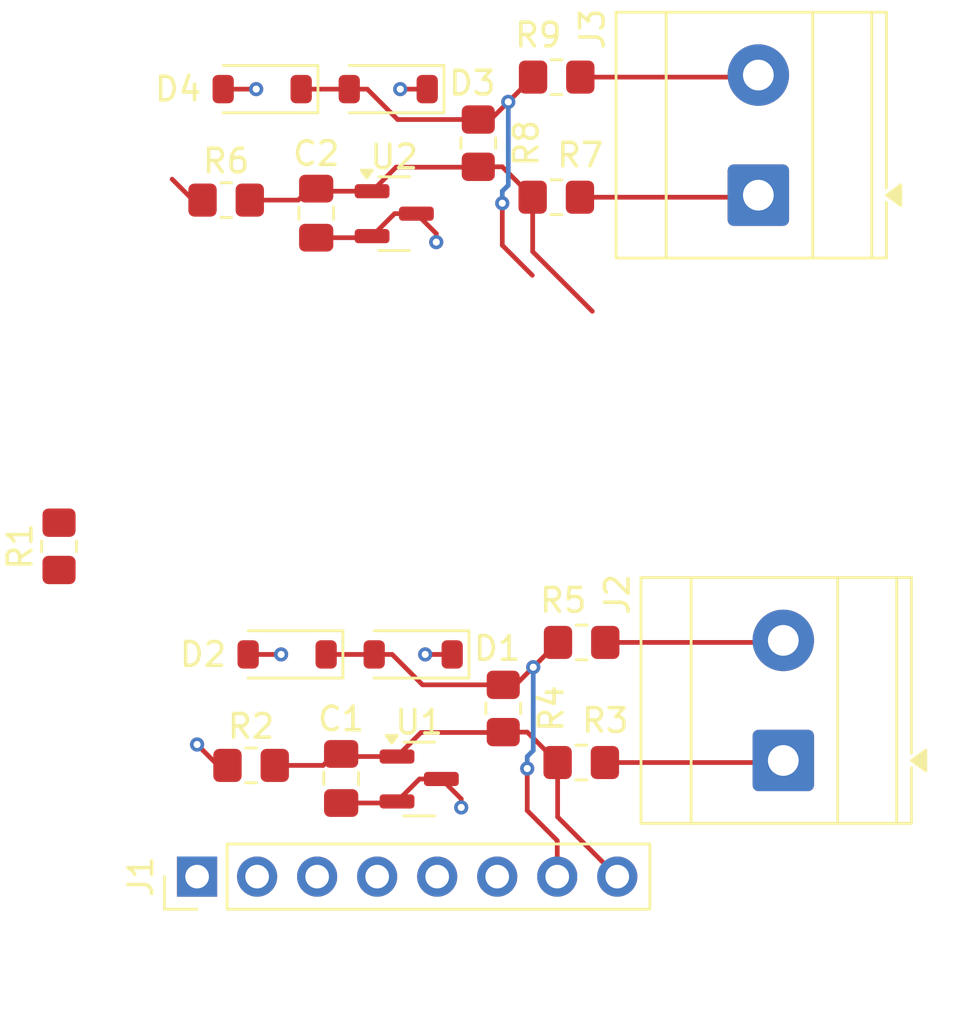
<source format=kicad_pcb>
(kicad_pcb (version 20241229) (generator "pcbnew") (generator_version "9.0")
  (layers (0 "F.Cu" signal) (4 "In1.Cu" signal) (6 "In2.Cu" signal) (2 "B.Cu" signal) (13 "F.Paste" user) (15 "B.Paste" user) (5 "F.SilkS" user "F.Silkscreen") (7 "B.SilkS" user "B.Silkscreen") (1 "F.Mask" user) (3 "B.Mask" user) (25 "Edge.Cuts" user))
  (net 0 "")
  (net 1 "/V Ref to ADS-2")
  (net 2 "GND")
  (net 3 "/V Ref to ADS-0")
  (net 4 "VDD")
  (net 5 "/ADC-3")
  (net 6 "/ADC-1")
  (net 7 "/VoltmeterPlain1/V_Input_Float")
  (net 8 "/VoltmeterPlain1/V_Input_Ref")
  (net 9 "MOSFET_Ctrl")
  (net 10 "MOSFET_Ctrl2")
  (net 11 "/VoltmeterPlain/V_Input_Ref")
  (net 12 "/VoltmeterPlain/V_Input_Float")
  (footprint "Diode_SMD:D_SOD-123" (layer "F.Cu") (at 130.516 60.417 180)
    (property "Reference" "D3" (at -3.556 0.254 0) (layer "F.SilkS"))
    (property "Value" "D_Schottky")
    (fp_line (start -2.36 1) (end 1.65 1) (stroke (width 0.12)) (layer "F.SilkS"))
    (fp_line (start -2.36 -1) (end 1.65 -1) (stroke (width 0.12)) (layer "F.SilkS"))
    (fp_line (start -2.36 -1) (end -2.36 1) (stroke (width 0.12)) (layer "F.SilkS"))
    (pad "1" smd roundrect (at -1.65 0 180) (size 0.9 1.2) (layers "F.Cu" "F.Mask" "F.Paste") (net 4 "VDD"))
    (pad "2" smd roundrect (at 1.65 0 180) (size 0.9 1.2) (layers "F.Cu" "F.Mask" "F.Paste") (net 5 "/ADC-3"))
  )
  (footprint "Resistor_SMD:R_0805_2012Metric_Pad1.20x1.40mm_HandSolder" (layer "F.Cu") (at 138.7 83.82 180)
    (property "Reference" "R5" (at 0.778 1.778 0) (layer "F.SilkS"))
    (property "Value" "499.0K")
    (fp_line (start -0.227064 0.735) (end 0.227064 0.735) (stroke (width 0.12)) (layer "F.SilkS"))
    (fp_line (start -0.227064 -0.735) (end 0.227064 -0.735) (stroke (width 0.12)) (layer "F.SilkS"))
    (pad "1" smd roundrect (at -1 0 180) (size 1.2 1.4) (layers "F.Cu" "F.Mask" "F.Paste") (roundrect_rratio 0.208333) (net 12 "/VoltmeterPlain/V_Input_Float"))
    (pad "2" smd roundrect (at 1 0 180) (size 1.2 1.4) (layers "F.Cu" "F.Mask" "F.Paste") (roundrect_rratio 0.208333) (net 6 "/ADC-1"))
  )
  (footprint "Resistor_SMD:R_0805_2012Metric_Pad1.20x1.40mm_HandSolder" (layer "F.Cu") (at 116.586 79.756 90)
    (property "Reference" "R1" (at 0 -1.65 90) (layer "F.SilkS"))
    (property "Value" "0")
    (fp_line (start -0.227064 -0.735) (end 0.227064 -0.735) (stroke (width 0.12)) (layer "F.SilkS"))
    (fp_line (start -0.227064 0.735) (end 0.227064 0.735) (stroke (width 0.12)) (layer "F.SilkS"))
    (pad "1" smd roundrect (at -1 0 90) (size 1.2 1.4) (layers "F.Cu" "F.Mask" "F.Paste") (roundrect_rratio 0.208333) (net 1 "/V Ref to ADS-2"))
    (pad "2" smd roundrect (at 1 0 90) (size 1.2 1.4) (layers "F.Cu" "F.Mask" "F.Paste") (roundrect_rratio 0.208333) (net 3 "/V Ref to ADS-0"))
  )
  (footprint "Resistor_SMD:R_0805_2012Metric_Pad1.20x1.40mm_HandSolder" (layer "F.Cu") (at 123.658 65.111)
    (property "Reference" "R6" (at 0 -1.65 0) (layer "F.SilkS"))
    (property "Value" "4.7K")
    (fp_line (start -0.227064 -0.735) (end 0.227064 -0.735) (stroke (width 0.12)) (layer "F.SilkS"))
    (fp_line (start -0.227064 0.735) (end 0.227064 0.735) (stroke (width 0.12)) (layer "F.SilkS"))
    (pad "1" smd roundrect (at -1 0) (size 1.2 1.4) (layers "F.Cu" "F.Mask" "F.Paste") (roundrect_rratio 0.208333) (net 4 "VDD"))
    (pad "2" smd roundrect (at 1 0) (size 1.2 1.4) (layers "F.Cu" "F.Mask" "F.Paste") (roundrect_rratio 0.208333) (net 1 "/V Ref to ADS-2"))
  )
  (footprint "Diode_SMD:D_SOD-123" (layer "F.Cu") (at 131.572 84.328 180)
    (property "Reference" "D1" (at -3.556 0.254 0) (layer "F.SilkS"))
    (property "Value" "D_Schottky")
    (fp_line (start -2.36 1) (end 1.65 1) (stroke (width 0.12)) (layer "F.SilkS"))
    (fp_line (start -2.36 -1) (end 1.65 -1) (stroke (width 0.12)) (layer "F.SilkS"))
    (fp_line (start -2.36 -1) (end -2.36 1) (stroke (width 0.12)) (layer "F.SilkS"))
    (pad "1" smd roundrect (at -1.65 0 180) (size 0.9 1.2) (layers "F.Cu" "F.Mask" "F.Paste") (net 4 "VDD"))
    (pad "2" smd roundrect (at 1.65 0 180) (size 0.9 1.2) (layers "F.Cu" "F.Mask" "F.Paste") (net 6 "/ADC-1"))
  )
  (footprint "Diode_SMD:D_SOD-123" (layer "F.Cu") (at 126.238 84.328 180)
    (property "Reference" "D2" (at 3.556 0 0) (layer "F.SilkS"))
    (property "Value" "D_Schottky")
    (fp_line (start -2.36 1) (end 1.65 1) (stroke (width 0.12)) (layer "F.SilkS"))
    (fp_line (start -2.36 -1) (end 1.65 -1) (stroke (width 0.12)) (layer "F.SilkS"))
    (fp_line (start -2.36 -1) (end -2.36 1) (stroke (width 0.12)) (layer "F.SilkS"))
    (pad "1" smd roundrect (at -1.65 0 180) (size 0.9 1.2) (layers "F.Cu" "F.Mask" "F.Paste") (net 6 "/ADC-1"))
    (pad "2" smd roundrect (at 1.65 0 180) (size 0.9 1.2) (layers "F.Cu" "F.Mask" "F.Paste") (net 2 "GND"))
  )
  (footprint "Package_TO_SOT_SMD:SOT-23" (layer "F.Cu") (at 130.77 65.685)
    (property "Reference" "U2" (at 0 -2.4 0) (layer "F.SilkS"))
    (property "Value" "LM4040DBZ-2.5")
    (fp_line (start 0 -1.56) (end -0.65 -1.56) (stroke (width 0.12)) (layer "F.SilkS"))
    (fp_line (start 0 -1.56) (end 0.65 -1.56) (stroke (width 0.12)) (layer "F.SilkS"))
    (fp_line (start 0 1.56) (end -0.65 1.56) (stroke (width 0.12)) (layer "F.SilkS"))
    (fp_line (start 0 1.56) (end 0.65 1.56) (stroke (width 0.12)) (layer "F.SilkS"))
    (fp_poly (pts (xy -1.1625 -1.51) (xy -1.4025 -1.84) (xy -0.9225 -1.84)) (stroke (width 0.12)) (fill yes) (layer "F.SilkS"))
    (pad "1" smd roundrect (at -0.9375 -0.95) (size 1.475 0.6) (layers "F.Cu" "F.Mask" "F.Paste") (net 1 "/V Ref to ADS-2"))
    (pad "2" smd roundrect (at -0.9375 0.95) (size 1.475 0.6) (layers "F.Cu" "F.Mask" "F.Paste") (net 2 "GND"))
    (pad "3" smd roundrect (at 0.9375 0) (size 1.475 0.6) (layers "F.Cu" "F.Mask" "F.Paste") (net 2 "GND"))
  )
  (footprint "Capacitor_SMD:C_0805_2012Metric_Pad1.18x1.45mm_HandSolder" (layer "F.Cu") (at 127.468 65.6635 90)
    (property "Reference" "C2" (at 2.5185 0 180) (layer "F.SilkS"))
    (property "Value" "0.1uF")
    (fp_line (start -0.261252 -0.735) (end 0.261252 -0.735) (stroke (width 0.12)) (layer "F.SilkS"))
    (fp_line (start -0.261252 0.735) (end 0.261252 0.735) (stroke (width 0.12)) (layer "F.SilkS"))
    (pad "1" smd roundrect (at -1.0375 0 90) (size 1.175 1.45) (layers "F.Cu" "F.Mask" "F.Paste") (roundrect_rratio 0.212766) (net 2 "GND"))
    (pad "2" smd roundrect (at 1.0375 0 90) (size 1.175 1.45) (layers "F.Cu" "F.Mask" "F.Paste") (roundrect_rratio 0.212766) (net 1 "/V Ref to ADS-2"))
  )
  (footprint "Diode_SMD:D_SOD-123" (layer "F.Cu") (at 125.182 60.417 180)
    (property "Reference" "D4" (at 3.556 0 0) (layer "F.SilkS"))
    (property "Value" "D_Schottky")
    (fp_line (start -2.36 1) (end 1.65 1) (stroke (width 0.12)) (layer "F.SilkS"))
    (fp_line (start -2.36 -1) (end 1.65 -1) (stroke (width 0.12)) (layer "F.SilkS"))
    (fp_line (start -2.36 -1) (end -2.36 1) (stroke (width 0.12)) (layer "F.SilkS"))
    (pad "1" smd roundrect (at -1.65 0 180) (size 0.9 1.2) (layers "F.Cu" "F.Mask" "F.Paste") (net 5 "/ADC-3"))
    (pad "2" smd roundrect (at 1.65 0 180) (size 0.9 1.2) (layers "F.Cu" "F.Mask" "F.Paste") (net 2 "GND"))
  )
  (footprint "Resistor_SMD:R_0805_2012Metric_Pad1.20x1.40mm_HandSolder" (layer "F.Cu") (at 137.644 59.909 180)
    (property "Reference" "R9" (at 0.778 1.778 0) (layer "F.SilkS"))
    (property "Value" "499.0K")
    (fp_line (start -0.227064 0.735) (end 0.227064 0.735) (stroke (width 0.12)) (layer "F.SilkS"))
    (fp_line (start -0.227064 -0.735) (end 0.227064 -0.735) (stroke (width 0.12)) (layer "F.SilkS"))
    (pad "1" smd roundrect (at -1 0 180) (size 1.2 1.4) (layers "F.Cu" "F.Mask" "F.Paste") (roundrect_rratio 0.208333) (net 7 "/VoltmeterPlain1/V_Input_Float"))
    (pad "2" smd roundrect (at 1 0 180) (size 1.2 1.4) (layers "F.Cu" "F.Mask" "F.Paste") (roundrect_rratio 0.208333) (net 5 "/ADC-3"))
  )
  (footprint "Resistor_SMD:R_0805_2012Metric_Pad1.20x1.40mm_HandSolder" (layer "F.Cu") (at 134.326 62.703 90)
    (property "Reference" "R8" (at 0 2.032 90) (layer "F.SilkS"))
    (property "Value" "15K")
    (fp_line (start -0.227064 -0.735) (end 0.227064 -0.735) (stroke (width 0.12)) (layer "F.SilkS"))
    (fp_line (start -0.227064 0.735) (end 0.227064 0.735) (stroke (width 0.12)) (layer "F.SilkS"))
    (pad "1" smd roundrect (at -1 0 90) (size 1.2 1.4) (layers "F.Cu" "F.Mask" "F.Paste") (roundrect_rratio 0.208333) (net 1 "/V Ref to ADS-2"))
    (pad "2" smd roundrect (at 1 0 90) (size 1.2 1.4) (layers "F.Cu" "F.Mask" "F.Paste") (roundrect_rratio 0.208333) (net 5 "/ADC-3"))
  )
  (footprint "Resistor_SMD:R_0805_2012Metric_Pad1.20x1.40mm_HandSolder" (layer "F.Cu") (at 135.382 86.614 90)
    (property "Reference" "R4" (at 0 2.032 90) (layer "F.SilkS"))
    (property "Value" "15K")
    (fp_line (start -0.227064 -0.735) (end 0.227064 -0.735) (stroke (width 0.12)) (layer "F.SilkS"))
    (fp_line (start -0.227064 0.735) (end 0.227064 0.735) (stroke (width 0.12)) (layer "F.SilkS"))
    (pad "1" smd roundrect (at -1 0 90) (size 1.2 1.4) (layers "F.Cu" "F.Mask" "F.Paste") (roundrect_rratio 0.208333) (net 3 "/V Ref to ADS-0"))
    (pad "2" smd roundrect (at 1 0 90) (size 1.2 1.4) (layers "F.Cu" "F.Mask" "F.Paste") (roundrect_rratio 0.208333) (net 6 "/ADC-1"))
  )
  (footprint "TerminalBlock_Phoenix:TerminalBlock_Phoenix_MKDS-3-2-5.08_1x02_P5.08mm_Horizontal" (layer "F.Cu") (at 146.1775 64.9025 90)
    (property "Reference" "J3" (at 7.0255 -7.0255 90) (layer "F.SilkS"))
    (property "Value" "Barrel_Jack")
    (fp_line (start 7.74 -6.02) (end 7.74 5.42) (stroke (width 0.12)) (layer "F.SilkS"))
    (fp_line (start -2.66 -6.02) (end 7.74 -6.02) (stroke (width 0.12)) (layer "F.SilkS"))
    (fp_line (start -2.66 -3.9) (end 7.74 -3.9) (stroke (width 0.12)) (layer "F.SilkS"))
    (fp_line (start -2.66 2.3) (end 7.74 2.3) (stroke (width 0.12)) (layer "F.SilkS"))
    (fp_line (start -2.66 4.8) (end 7.74 4.8) (stroke (width 0.12)) (layer "F.SilkS"))
    (fp_line (start 7.74 5.42) (end 0.3 5.42) (stroke (width 0.12)) (layer "F.SilkS"))
    (fp_line (start -0.3 5.42) (end -2.66 5.42) (stroke (width 0.12)) (layer "F.SilkS"))
    (fp_line (start -2.66 5.42) (end -2.66 -6.02) (stroke (width 0.12)) (layer "F.SilkS"))
    (fp_poly (pts (xy 0 5.42) (xy 0.44 6.03) (xy -0.44 6.03)) (stroke (width 0.12)) (fill yes) (layer "F.SilkS"))
    (pad "1" thru_hole roundrect (at 0 0 90) (size 2.6 2.6) (drill 1.3) (layers "*.Cu" "*.Mask") (roundrect_rratio 0.096154) (net 8 "/VoltmeterPlain1/V_Input_Ref"))
    (pad "2" thru_hole circle (at 5.08 0 90) (size 2.6 2.6) (drill 1.3) (layers "*.Cu" "*.Mask") (net 7 "/VoltmeterPlain1/V_Input_Float"))
  )
  (footprint "Connector_PinHeader_2.54mm:PinHeader_1x08_P2.54mm_Vertical" (layer "F.Cu") (at 122.428 93.726 90)
    (property "Reference" "J1" (at 0 -2.38 90) (layer "F.SilkS"))
    (property "Value" "Conn_01x08_Pin")
    (fp_line (start -1.38 -1.38) (end 0 -1.38) (stroke (width 0.12)) (layer "F.SilkS"))
    (fp_line (start -1.38 0) (end -1.38 -1.38) (stroke (width 0.12)) (layer "F.SilkS"))
    (fp_line (start 1.38 1.27) (end 1.38 19.16) (stroke (width 0.12)) (layer "F.SilkS"))
    (fp_line (start -1.38 1.27) (end 1.38 1.27) (stroke (width 0.12)) (layer "F.SilkS"))
    (fp_line (start -1.38 1.27) (end -1.38 19.16) (stroke (width 0.12)) (layer "F.SilkS"))
    (fp_line (start -1.38 19.16) (end 1.38 19.16) (stroke (width 0.12)) (layer "F.SilkS"))
    (pad "1" thru_hole rect (at 0 0 90) (size 1.7 1.7) (drill 1) (layers "*.Cu" "*.Mask") (net 4 "VDD"))
    (pad "2" thru_hole circle (at 0 2.54 90) (size 1.7 1.7) (drill 1) (layers "*.Cu" "*.Mask") (net 2 "GND"))
    (pad "3" thru_hole circle (at 0 5.08 90) (size 1.7 1.7) (drill 1) (layers "*.Cu" "*.Mask") (net 9 "MOSFET_Ctrl"))
    (pad "4" thru_hole circle (at 0 7.62 90) (size 1.7 1.7) (drill 1) (layers "*.Cu" "*.Mask") (net 10 "MOSFET_Ctrl2"))
    (pad "5" thru_hole circle (at 0 10.16 90) (size 1.7 1.7) (drill 1) (layers "*.Cu" "*.Mask") (net 5 "/ADC-3"))
    (pad "6" thru_hole circle (at 0 12.7 90) (size 1.7 1.7) (drill 1) (layers "*.Cu" "*.Mask") (net 1 "/V Ref to ADS-2"))
    (pad "7" thru_hole circle (at 0 15.24 90) (size 1.7 1.7) (drill 1) (layers "*.Cu" "*.Mask") (net 6 "/ADC-1"))
    (pad "8" thru_hole circle (at 0 17.78 90) (size 1.7 1.7) (drill 1) (layers "*.Cu" "*.Mask") (net 3 "/V Ref to ADS-0"))
  )
  (footprint "Capacitor_SMD:C_0805_2012Metric_Pad1.18x1.45mm_HandSolder" (layer "F.Cu") (at 128.524 89.5745 90)
    (property "Reference" "C1" (at 2.5185 0 180) (layer "F.SilkS"))
    (property "Value" "0.1uF")
    (fp_line (start -0.261252 -0.735) (end 0.261252 -0.735) (stroke (width 0.12)) (layer "F.SilkS"))
    (fp_line (start -0.261252 0.735) (end 0.261252 0.735) (stroke (width 0.12)) (layer "F.SilkS"))
    (pad "1" smd roundrect (at -1.0375 0 90) (size 1.175 1.45) (layers "F.Cu" "F.Mask" "F.Paste") (roundrect_rratio 0.212766) (net 2 "GND"))
    (pad "2" smd roundrect (at 1.0375 0 90) (size 1.175 1.45) (layers "F.Cu" "F.Mask" "F.Paste") (roundrect_rratio 0.212766) (net 3 "/V Ref to ADS-0"))
  )
  (footprint "Resistor_SMD:R_0805_2012Metric_Pad1.20x1.40mm_HandSolder" (layer "F.Cu") (at 137.628 64.989 180)
    (property "Reference" "R7" (at -1.016 1.778 0) (layer "F.SilkS"))
    (property "Value" "499.0K")
    (fp_line (start -0.227064 0.735) (end 0.227064 0.735) (stroke (width 0.12)) (layer "F.SilkS"))
    (fp_line (start -0.227064 -0.735) (end 0.227064 -0.735) (stroke (width 0.12)) (layer "F.SilkS"))
    (pad "1" smd roundrect (at -1 0 180) (size 1.2 1.4) (layers "F.Cu" "F.Mask" "F.Paste") (roundrect_rratio 0.208333) (net 8 "/VoltmeterPlain1/V_Input_Ref"))
    (pad "2" smd roundrect (at 1 0 180) (size 1.2 1.4) (layers "F.Cu" "F.Mask" "F.Paste") (roundrect_rratio 0.208333) (net 1 "/V Ref to ADS-2"))
  )
  (footprint "Package_TO_SOT_SMD:SOT-23" (layer "F.Cu") (at 131.826 89.596)
    (property "Reference" "U1" (at 0 -2.4 0) (layer "F.SilkS"))
    (property "Value" "LM4040DBZ-2.5")
    (fp_line (start 0 -1.56) (end -0.65 -1.56) (stroke (width 0.12)) (layer "F.SilkS"))
    (fp_line (start 0 -1.56) (end 0.65 -1.56) (stroke (width 0.12)) (layer "F.SilkS"))
    (fp_line (start 0 1.56) (end -0.65 1.56) (stroke (width 0.12)) (layer "F.SilkS"))
    (fp_line (start 0 1.56) (end 0.65 1.56) (stroke (width 0.12)) (layer "F.SilkS"))
    (fp_poly (pts (xy -1.1625 -1.51) (xy -1.4025 -1.84) (xy -0.9225 -1.84)) (stroke (width 0.12)) (fill yes) (layer "F.SilkS"))
    (pad "1" smd roundrect (at -0.9375 -0.95) (size 1.475 0.6) (layers "F.Cu" "F.Mask" "F.Paste") (net 3 "/V Ref to ADS-0"))
    (pad "2" smd roundrect (at -0.9375 0.95) (size 1.475 0.6) (layers "F.Cu" "F.Mask" "F.Paste") (net 2 "GND"))
    (pad "3" smd roundrect (at 0.9375 0) (size 1.475 0.6) (layers "F.Cu" "F.Mask" "F.Paste") (net 2 "GND"))
  )
  (footprint "TerminalBlock_Phoenix:TerminalBlock_Phoenix_MKDS-3-2-5.08_1x02_P5.08mm_Horizontal" (layer "F.Cu") (at 147.2335 88.8135 90)
    (property "Reference" "J2" (at 7.0255 -7.0255 90) (layer "F.SilkS"))
    (property "Value" "Barrel_Jack")
    (fp_line (start 7.74 -6.02) (end 7.74 5.42) (stroke (width 0.12)) (layer "F.SilkS"))
    (fp_line (start -2.66 -6.02) (end 7.74 -6.02) (stroke (width 0.12)) (layer "F.SilkS"))
    (fp_line (start -2.66 -3.9) (end 7.74 -3.9) (stroke (width 0.12)) (layer "F.SilkS"))
    (fp_line (start -2.66 2.3) (end 7.74 2.3) (stroke (width 0.12)) (layer "F.SilkS"))
    (fp_line (start -2.66 4.8) (end 7.74 4.8) (stroke (width 0.12)) (layer "F.SilkS"))
    (fp_line (start 7.74 5.42) (end 0.3 5.42) (stroke (width 0.12)) (layer "F.SilkS"))
    (fp_line (start -0.3 5.42) (end -2.66 5.42) (stroke (width 0.12)) (layer "F.SilkS"))
    (fp_line (start -2.66 5.42) (end -2.66 -6.02) (stroke (width 0.12)) (layer "F.SilkS"))
    (fp_poly (pts (xy 0 5.42) (xy 0.44 6.03) (xy -0.44 6.03)) (stroke (width 0.12)) (fill yes) (layer "F.SilkS"))
    (pad "1" thru_hole roundrect (at 0 0 90) (size 2.6 2.6) (drill 1.3) (layers "*.Cu" "*.Mask") (roundrect_rratio 0.096154) (net 11 "/VoltmeterPlain/V_Input_Ref"))
    (pad "2" thru_hole circle (at 5.08 0 90) (size 2.6 2.6) (drill 1.3) (layers "*.Cu" "*.Mask") (net 12 "/VoltmeterPlain/V_Input_Float"))
  )
  (footprint "Resistor_SMD:R_0805_2012Metric_Pad1.20x1.40mm_HandSolder" (layer "F.Cu") (at 124.714 89.022)
    (property "Reference" "R2" (at 0 -1.65 0) (layer "F.SilkS"))
    (property "Value" "4.7K")
    (fp_line (start -0.227064 -0.735) (end 0.227064 -0.735) (stroke (width 0.12)) (layer "F.SilkS"))
    (fp_line (start -0.227064 0.735) (end 0.227064 0.735) (stroke (width 0.12)) (layer "F.SilkS"))
    (pad "1" smd roundrect (at -1 0) (size 1.2 1.4) (layers "F.Cu" "F.Mask" "F.Paste") (roundrect_rratio 0.208333) (net 4 "VDD"))
    (pad "2" smd roundrect (at 1 0) (size 1.2 1.4) (layers "F.Cu" "F.Mask" "F.Paste") (roundrect_rratio 0.208333) (net 3 "/V Ref to ADS-0"))
  )
  (footprint "Resistor_SMD:R_0805_2012Metric_Pad1.20x1.40mm_HandSolder" (layer "F.Cu") (at 138.684 88.9 180)
    (property "Reference" "R3" (at -1.016 1.778 0) (layer "F.SilkS"))
    (property "Value" "499.0K")
    (fp_line (start -0.227064 0.735) (end 0.227064 0.735) (stroke (width 0.12)) (layer "F.SilkS"))
    (fp_line (start -0.227064 -0.735) (end 0.227064 -0.735) (stroke (width 0.12)) (layer "F.SilkS"))
    (pad "1" smd roundrect (at -1 0 180) (size 1.2 1.4) (layers "F.Cu" "F.Mask" "F.Paste") (roundrect_rratio 0.208333) (net 11 "/VoltmeterPlain/V_Input_Ref"))
    (pad "2" smd roundrect (at 1 0 180) (size 1.2 1.4) (layers "F.Cu" "F.Mask" "F.Paste") (roundrect_rratio 0.208333) (net 3 "/V Ref to ADS-0"))
  )
  (segment (start 135.342 63.703) (end 136.628 64.989) (width 0.2) (layer "F.Cu") (net 1))
  (segment (start 127.191 64.626) (end 126.706 65.111) (width 0.2) (layer "F.Cu") (net 1))
  (segment (start 127.577 64.735) (end 127.468 64.626) (width 0.2) (layer "F.Cu") (net 1))
  (segment (start 126.706 65.111) (end 124.658 65.111) (width 0.2) (layer "F.Cu") (net 1))
  (segment (start 130.8485 63.719) (end 129.8325 64.735) (width 0.2) (layer "F.Cu") (net 1))
  (segment (start 127.468 64.626) (end 127.191 64.626) (width 0.2) (layer "F.Cu") (net 1))
  (segment (start 134.326 63.703) (end 135.342 63.703) (width 0.2) (layer "F.Cu") (net 1))
  (segment (start 133.728 63.703) (end 133.712 63.719) (width 0.2) (layer "F.Cu") (net 1))
  (segment (start 136.628 67.291) (end 139.152 69.815) (width 0.2) (layer "F.Cu") (net 1))
  (segment (start 136.628 64.989) (end 136.628 67.291) (width 0.2) (layer "F.Cu") (net 1))
  (segment (start 134.326 63.703) (end 133.728 63.703) (width 0.2) (layer "F.Cu") (net 1))
  (segment (start 133.712 63.719) (end 130.8485 63.719) (width 0.2) (layer "F.Cu") (net 1))
  (segment (start 129.8325 64.735) (end 127.577 64.735) (width 0.2) (layer "F.Cu") (net 1))
  (segment (start 129.246 66.635) (end 129.18 66.701) (width 0.2) (layer "F.Cu") (net 2))
  (segment (start 129.18 66.701) (end 127.468 66.701) (width 0.2) (layer "F.Cu") (net 2))
  (segment (start 124.928 60.417) (end 123.532 60.417) (width 0.2) (layer "F.Cu") (net 2))
  (segment (start 130.236 90.612) (end 128.524 90.612) (width 0.2) (layer "F.Cu") (net 2))
  (segment (start 132.7635 89.596) (end 131.8385 89.596) (width 0.2) (layer "F.Cu") (net 2))
  (segment (start 132.7635 89.596) (end 133.604 90.4365) (width 0.2) (layer "F.Cu") (net 2))
  (segment (start 130.8885 90.546) (end 130.302 90.546) (width 0.2) (layer "F.Cu") (net 2))
  (segment (start 133.604 90.4365) (end 133.604 90.8) (width 0.2) (layer "F.Cu") (net 2))
  (segment (start 130.7825 65.685) (end 129.8325 66.635) (width 0.2) (layer "F.Cu") (net 2))
  (segment (start 131.7075 65.685) (end 132.548 66.5255) (width 0.2) (layer "F.Cu") (net 2))
  (segment (start 125.984 84.328) (end 124.588 84.328) (width 0.2) (layer "F.Cu") (net 2))
  (segment (start 131.8385 89.596) (end 130.8885 90.546) (width 0.2) (layer "F.Cu") (net 2))
  (segment (start 129.8325 66.635) (end 129.246 66.635) (width 0.2) (layer "F.Cu") (net 2))
  (segment (start 132.548 66.5255) (end 132.548 66.889) (width 0.2) (layer "F.Cu") (net 2))
  (segment (start 131.7075 65.685) (end 130.7825 65.685) (width 0.2) (layer "F.Cu") (net 2))
  (segment (start 130.302 90.546) (end 130.236 90.612) (width 0.2) (layer "F.Cu") (net 2))
  (via (at 133.604 90.8) (size 0.6) (drill 0.3) (layers "F.Cu" "B.Cu") (net 2))
  (via (at 125.984 84.328) (size 0.6) (drill 0.3) (layers "F.Cu" "B.Cu") (net 2))
  (via (at 124.928 60.417) (size 0.6) (drill 0.3) (layers "F.Cu" "B.Cu") (net 2))
  (via (at 132.548 66.889) (size 0.6) (drill 0.3) (layers "F.Cu" "B.Cu") (net 2))
  (segment (start 136.398 87.614) (end 137.684 88.9) (width 0.2) (layer "F.Cu") (net 3))
  (segment (start 128.247 88.537) (end 127.762 89.022) (width 0.2) (layer "F.Cu") (net 3))
  (segment (start 131.9045 87.63) (end 130.8885 88.646) (width 0.2) (layer "F.Cu") (net 3))
  (segment (start 135.382 87.614) (end 134.784 87.614) (width 0.2) (layer "F.Cu") (net 3))
  (segment (start 137.684 88.9) (end 137.684 91.202) (width 0.2) (layer "F.Cu") (net 3))
  (segment (start 134.768 87.63) (end 131.9045 87.63) (width 0.2) (layer "F.Cu") (net 3))
  (segment (start 137.684 91.202) (end 140.208 93.726) (width 0.2) (layer "F.Cu") (net 3))
  (segment (start 134.784 87.614) (end 134.768 87.63) (width 0.2) (layer "F.Cu") (net 3))
  (segment (start 128.524 88.537) (end 128.247 88.537) (width 0.2) (layer "F.Cu") (net 3))
  (segment (start 128.633 88.646) (end 128.524 88.537) (width 0.2) (layer "F.Cu") (net 3))
  (segment (start 135.382 87.614) (end 136.398 87.614) (width 0.2) (layer "F.Cu") (net 3))
  (segment (start 130.8885 88.646) (end 128.633 88.646) (width 0.2) (layer "F.Cu") (net 3))
  (segment (start 127.762 89.022) (end 125.714 89.022) (width 0.2) (layer "F.Cu") (net 3))
  (segment (start 121.372 64.227) (end 122.256 65.111) (width 0.2) (layer "F.Cu") (net 4))
  (segment (start 122.256 65.111) (end 122.658 65.111) (width 0.2) (layer "F.Cu") (net 4))
  (segment (start 131.024 60.417) (end 132.166 60.417) (width 0.2) (layer "F.Cu") (net 4))
  (segment (start 132.08 84.328) (end 133.222 84.328) (width 0.2) (layer "F.Cu") (net 4))
  (segment (start 122.428 88.138) (end 123.312 89.022) (width 0.2) (layer "F.Cu") (net 4))
  (segment (start 123.312 89.022) (end 123.714 89.022) (width 0.2) (layer "F.Cu") (net 4))
  (via (at 122.428 88.138) (size 0.6) (drill 0.3) (layers "F.Cu" "B.Cu") (net 4))
  (via (at 132.08 84.328) (size 0.6) (drill 0.3) (layers "F.Cu" "B.Cu") (net 4))
  (via (at 131.024 60.417) (size 0.6) (drill 0.3) (layers "F.Cu" "B.Cu") (net 4))
  (segment (start 130.914 61.703) (end 129.628 60.417) (width 0.2) (layer "F.Cu") (net 5))
  (segment (start 134.326 61.703) (end 130.914 61.703) (width 0.2) (layer "F.Cu") (net 5))
  (segment (start 129.628 60.417) (end 126.832 60.417) (width 0.2) (layer "F.Cu") (net 5))
  (segment (start 135.342 65.243) (end 135.342 67.021) (width 0.2) (layer "F.Cu") (net 5))
  (segment (start 135.342 67.021) (end 136.612 68.291) (width 0.2) (layer "F.Cu") (net 5))
  (segment (start 134.85 61.703) (end 136.644 59.909) (width 0.2) (layer "F.Cu") (net 5))
  (segment (start 134.326 61.703) (end 134.85 61.703) (width 0.2) (layer "F.Cu") (net 5))
  (via (at 135.342 65.243) (size 0.6) (drill 0.3) (layers "F.Cu" "B.Cu") (net 5))
  (via (at 135.596 60.957) (size 0.6) (drill 0.3) (layers "F.Cu" "B.Cu") (net 5))
  (segment (start 135.342 64.735) (end 135.342 65.243) (width 0.2) (layer "B.Cu") (net 5))
  (segment (start 135.596 60.957) (end 135.596 64.481) (width 0.2) (layer "B.Cu") (net 5))
  (segment (start 135.596 64.481) (end 135.342 64.735) (width 0.2) (layer "B.Cu") (net 5))
  (segment (start 135.382 85.614) (end 131.97 85.614) (width 0.2) (layer "F.Cu") (net 6))
  (segment (start 131.97 85.614) (end 130.684 84.328) (width 0.2) (layer "F.Cu") (net 6))
  (segment (start 130.684 84.328) (end 127.888 84.328) (width 0.2) (layer "F.Cu") (net 6))
  (segment (start 136.398 89.154) (end 136.398 90.932) (width 0.2) (layer "F.Cu") (net 6))
  (segment (start 137.668 92.202) (end 137.668 93.726) (width 0.2) (layer "F.Cu") (net 6))
  (segment (start 135.906 85.614) (end 137.7 83.82) (width 0.2) (layer "F.Cu") (net 6))
  (segment (start 135.382 85.614) (end 135.906 85.614) (width 0.2) (layer "F.Cu") (net 6))
  (segment (start 136.398 90.932) (end 137.668 92.202) (width 0.2) (layer "F.Cu") (net 6))
  (via (at 136.652 84.868) (size 0.6) (drill 0.3) (layers "F.Cu" "B.Cu") (net 6))
  (via (at 136.398 89.154) (size 0.6) (drill 0.3) (layers "F.Cu" "B.Cu") (net 6))
  (segment (start 136.398 88.646) (end 136.398 89.154) (width 0.2) (layer "B.Cu") (net 6))
  (segment (start 136.652 84.868) (end 136.652 88.392) (width 0.2) (layer "B.Cu") (net 6))
  (segment (start 136.652 88.392) (end 136.398 88.646) (width 0.2) (layer "B.Cu") (net 6))
  (segment (start 146.091 59.909) (end 146.1775 59.8225) (width 0.2) (layer "F.Cu") (net 7))
  (segment (start 138.644 59.909) (end 146.091 59.909) (width 0.2) (layer "F.Cu") (net 7))
  (segment (start 146.091 64.989) (end 146.1775 64.9025) (width 0.2) (layer "F.Cu") (net 8))
  (segment (start 138.628 64.989) (end 146.091 64.989) (width 0.2) (layer "F.Cu") (net 8))
  (segment (start 147.147 88.9) (end 147.2335 88.8135) (width 0.2) (layer "F.Cu") (net 11))
  (segment (start 139.684 88.9) (end 147.147 88.9) (width 0.2) (layer "F.Cu") (net 11))
  (segment (start 147.147 83.82) (end 147.2335 83.7335) (width 0.2) (layer "F.Cu") (net 12))
  (segment (start 139.7 83.82) (end 147.147 83.82) (width 0.2) (layer "F.Cu") (net 12))
)
</source>
